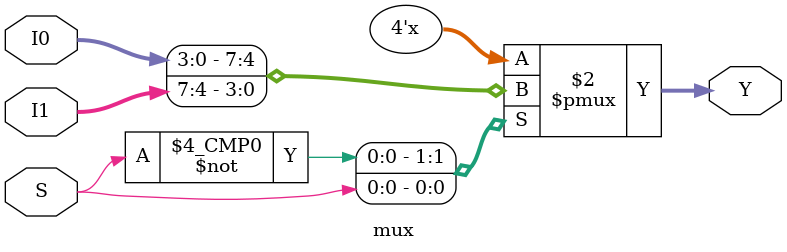
<source format=v>
`timescale 1ns / 1ps


module mux(
    input[7:4] I1,
    input[3:0] I0,
    input S,
    output reg[3:0] Y
    );
    always@(*) begin
        case(S)
        0: Y=I0;
        1: Y=I1;
        default: Y=0;
        endcase
    end
    
endmodule

</source>
